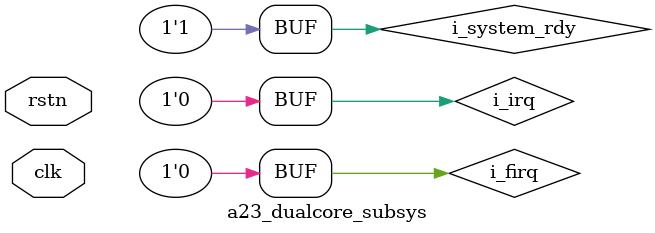
<source format=sv>
/****************************************************************************
 * a23_dualcore_subsys.sv
 ****************************************************************************/

/**
 * Module: a23_dualcore_subsys
 * 
 * TODO: Add module documentation
 * 
 * ID width of master is 5
 */
module a23_dualcore_subsys (
		input				clk,
		input				rstn,
		axi4_if.master		master);
//		input				irq[31:0] */);
	
	reg [15:0]			cnt = 0, cnt2 = 0;
	reg i_system_rdy = 1;
	reg i_irq = 0;
	reg i_firq = 0;
	
	always @(posedge clk) begin
		cnt <= cnt + 1;
	end
	
	assign cnt_zero = (cnt == 0);
	assign cnt2_zero = (cnt2 == 0);
	
	axi4_if #(
			.AXI4_ADDRESS_WIDTH(32),
			.AXI4_DATA_WIDTH(32),
			.AXI4_ID_WIDTH(4)
			) a23_0_2ic();
	
	axi4_if #(
			.AXI4_ADDRESS_WIDTH(32),
			.AXI4_DATA_WIDTH(32),
			.AXI4_ID_WIDTH(4)
			) a23_1_2ic();
	
	axi4_if #(
			.AXI4_ADDRESS_WIDTH(32),
			.AXI4_DATA_WIDTH(32),
			.AXI4_ID_WIDTH(5)
			) ic2s0();
	
	axi4_a23_core #(
		.A23_CACHE_WAYS  (4)
		) u_a23_0 (
		.i_clk           (clk				), 
		.i_rstn          (rstn				), 
		.i_irq           (i_irq          ), 
		.i_firq          (i_firq         ), 
		.i_system_rdy    (i_system_rdy   ), 
		.master          (a23_0_2ic.master ));
	
	always @(posedge clk) begin
		if (a23_0_2ic.AWVALID) begin
			cnt2 <= cnt2 + 1;
		end
	end
	
	axi4_a23_core #(
		.A23_CACHE_WAYS  (4)
		) u_a23_1 (
		.i_clk           (clk              ), 
		.i_rstn          (rstn             ), 
		.i_irq           (i_irq            ), 
		.i_firq          (i_firq           ), 
		.i_system_rdy    (i_system_rdy     ), 
		.master          (a23_1_2ic.master ));

	axi4_interconnect_2x1_pt #(
		.AXI4_ADDRESS_WIDTH  (32 ), 
		.AXI4_DATA_WIDTH     (32    ), 
		.AXI4_ID_WIDTH       (4      ), 
		.SLAVE0_ADDR_BASE    ('hf0000000   ), 
		.SLAVE0_ADDR_LIMIT   ('hf0000fff   )
		) axi4_interconnect_2x1_pt (
		.clk                 (clk                	), 
		.rstn                (rstn               	), 
		.m0                  (a23_0_2ic.slave    	), 
		.m1                  (a23_1_2ic.slave    	), 
		.s0                  (ic2s0.master       	), 
		.sdflt               (master				));

	axi4_sram #(
		.MEM_ADDR_BITS      (4     ), 
		.AXI_ADDRESS_WIDTH  (32 ), 
		.AXI_DATA_WIDTH     (32    ), 
		.AXI_ID_WIDTH       (5      )
		) sram0 (
		.ACLK               (clk            ), 
		.ARESETn            (rstn           ), 
		.s                  (ic2s0.slave    ));

endmodule


</source>
